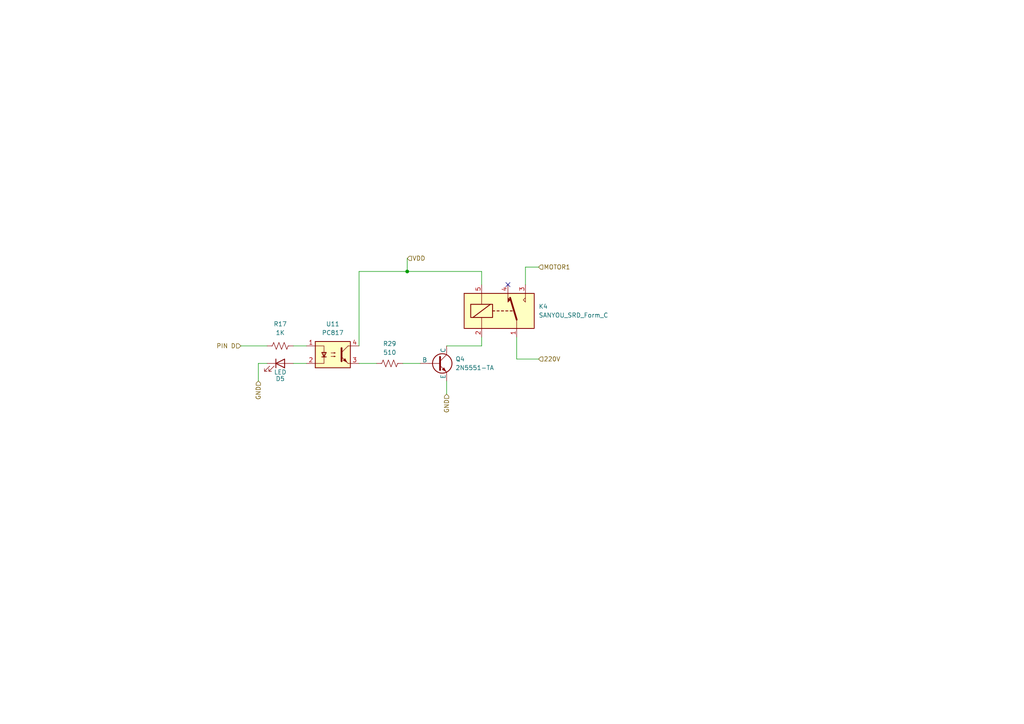
<source format=kicad_sch>
(kicad_sch (version 20231120) (generator "eeschema") (generator_version "8.0")
  (paper "A4")
  (lib_symbols
    (symbol "Custom Simbol FRES:2N5551-TA" (pin_numbers hide) (pin_names (offset 0))
      (property "Reference" "Q" (at -2.54 7.62 0))
      (property "Value" "2N5551-TA" (at -2.54 5.08 0))
      (symbol "2N5551-TA_0_1"
        (polyline (pts (xy -2.54 0) (xy 0.635 0)) (stroke (width 0.1524)))
        (polyline (pts (xy 0.635 0.635) (xy 2.54 2.54)))
        (polyline (pts (xy 2.794 -1.27) (xy 2.794 -1.27)) (stroke (width 0.1524)))
        (polyline (pts (xy 2.794 -1.27) (xy 2.794 -1.27)) (stroke (width 0.1524)))
        (polyline (pts (xy 0.635 -0.635) (xy 2.54 -2.54) (xy 2.54 -2.54)))
        (polyline (pts (xy 0.635 1.905) (xy 0.635 -1.905) (xy 0.635 -1.905)) (stroke (width 0.508)))
        (polyline (pts (xy 1.27 -1.778) (xy 1.778 -1.27) (xy 2.286 -2.286) (xy 1.27 -1.778) (xy 1.27 -1.778)) (fill (type outline)))
        (circle (center 1.27 0) (radius 2.8194) (stroke (width 0.254)))
      )
      (symbol "2N5551-TA_1_1"
        (pin open_collector line (at 2.54 5.08 270) (length 2.54) (name "C") (number "1"))
        (pin input line (at -5.08 0 0) (length 2.54) (name "B") (number "2"))
        (pin open_emitter line (at 2.54 -5.08 90) (length 2.54) (name "E") (number "3"))
      )
    )
    (symbol "Device:LED" (pin_numbers hide) (pin_names (offset 1.016) hide)
      (property "Reference" "D" (at 0 2.54 0))
      (property "Value" "LED" (at 0 -2.54 0))
      (symbol "LED_0_1"
        (polyline (pts (xy -1.27 -1.27) (xy -1.27 1.27)) (stroke (width 0.254)))
        (polyline (pts (xy -1.27 0) (xy 1.27 0)))
        (polyline (pts (xy 1.27 -1.27) (xy 1.27 1.27) (xy -1.27 0) (xy 1.27 -1.27)) (stroke (width 0.254)))
        (polyline (pts (xy -3.048 -0.762) (xy -4.572 -2.286) (xy -3.81 -2.286) (xy -4.572 -2.286) (xy -4.572 -1.524)))
        (polyline (pts (xy -1.778 -0.762) (xy -3.302 -2.286) (xy -2.54 -2.286) (xy -3.302 -2.286) (xy -3.302 -1.524)))
      )
      (symbol "LED_1_1"
        (pin passive line (at -3.81 0 0) (length 2.54) (name "K") (number "1"))
        (pin passive line (at 3.81 0 180) (length 2.54) (name "A") (number "2"))
      )
    )
    (symbol "Device:R_US" (pin_numbers hide) (pin_names (offset 0))
      (property "Reference" "R" (at 2.54 0 90))
      (property "Value" "R_US" (at -2.54 0 90))
      (symbol "R_US_0_1"
        (polyline (pts (xy 0 -2.286) (xy 0 -2.54)))
        (polyline (pts (xy 0 2.286) (xy 0 2.54)))
        (polyline (pts (xy 0 -0.762) (xy 1.016 -1.143) (xy 0 -1.524) (xy -1.016 -1.905) (xy 0 -2.286)))
        (polyline (pts (xy 0 0.762) (xy 1.016 0.381) (xy 0 0) (xy -1.016 -0.381) (xy 0 -0.762)))
        (polyline (pts (xy 0 2.286) (xy 1.016 1.905) (xy 0 1.524) (xy -1.016 1.143) (xy 0 0.762)))
      )
      (symbol "R_US_1_1"
        (pin passive line (at 0 3.81 270) (length 1.27) (name "~") (number "1"))
        (pin passive line (at 0 -3.81 90) (length 1.27) (name "~") (number "2"))
      )
    )
    (symbol "Isolator:PC817" (pin_names (offset 1.016))
      (property "Reference" "U" (at -5.08 5.08 0))
      (property "Value" "PC817" (at 0 5.08 0))
      (symbol "PC817_0_1"
        (rectangle (start -5.08 3.81) (end 5.08 -3.81) (stroke (width 0.254)) (fill (type background)))
        (polyline (pts (xy -3.175 -0.635) (xy -1.905 -0.635)) (stroke (width 0.254)))
        (polyline (pts (xy 2.54 0.635) (xy 4.445 2.54)))
        (polyline (pts (xy 4.445 -2.54) (xy 2.54 -0.635)) (fill (type outline)))
        (polyline (pts (xy 4.445 -2.54) (xy 5.08 -2.54)))
        (polyline (pts (xy 4.445 2.54) (xy 5.08 2.54)))
        (polyline (pts (xy -5.08 2.54) (xy -2.54 2.54) (xy -2.54 -0.635)))
        (polyline (pts (xy -2.54 -0.635) (xy -2.54 -2.54) (xy -5.08 -2.54)))
        (polyline (pts (xy 2.54 1.905) (xy 2.54 -1.905) (xy 2.54 -1.905)) (stroke (width 0.508)))
        (polyline (pts (xy -2.54 -0.635) (xy -3.175 0.635) (xy -1.905 0.635) (xy -2.54 -0.635)) (stroke (width 0.254)))
        (polyline (pts (xy -0.508 -0.508) (xy 0.762 -0.508) (xy 0.381 -0.635) (xy 0.381 -0.381) (xy 0.762 -0.508)))
        (polyline (pts (xy -0.508 0.508) (xy 0.762 0.508) (xy 0.381 0.381) (xy 0.381 0.635) (xy 0.762 0.508)))
        (polyline (pts (xy 3.048 -1.651) (xy 3.556 -1.143) (xy 4.064 -2.159) (xy 3.048 -1.651) (xy 3.048 -1.651)) (fill (type outline)))
      )
      (symbol "PC817_1_1"
        (pin passive line (at -7.62 2.54 0) (length 2.54) (name "~") (number "1"))
        (pin passive line (at -7.62 -2.54 0) (length 2.54) (name "~") (number "2"))
        (pin passive line (at 7.62 -2.54 180) (length 2.54) (name "~") (number "3"))
        (pin passive line (at 7.62 2.54 180) (length 2.54) (name "~") (number "4"))
      )
    )
    (symbol "Relay:SANYOU_SRD_Form_C"
      (property "Reference" "K" (at 11.43 3.81 0))
      (property "Value" "SANYOU_SRD_Form_C" (at 11.43 1.27 0))
      (symbol "SANYOU_SRD_Form_C_0_0"
        (polyline (pts (xy 7.62 5.08) (xy 7.62 2.54) (xy 6.985 3.175) (xy 7.62 3.81)))
      )
      (symbol "SANYOU_SRD_Form_C_0_1"
        (rectangle (start -10.16 5.08) (end 10.16 -5.08) (stroke (width 0.254)) (fill (type background)))
        (rectangle (start -8.255 1.905) (end -1.905 -1.905) (stroke (width 0.254)))
        (polyline (pts (xy -7.62 -1.905) (xy -2.54 1.905)) (stroke (width 0.254)))
        (polyline (pts (xy -5.08 -5.08) (xy -5.08 -1.905)))
        (polyline (pts (xy -5.08 5.08) (xy -5.08 1.905)))
        (polyline (pts (xy -1.905 0) (xy -1.27 0)) (stroke (width 0.254)))
        (polyline (pts (xy -0.635 0) (xy 0 0)) (stroke (width 0.254)))
        (polyline (pts (xy 0.635 0) (xy 1.27 0)) (stroke (width 0.254)))
        (polyline (pts (xy 1.905 0) (xy 2.54 0)) (stroke (width 0.254)))
        (polyline (pts (xy 3.175 0) (xy 3.81 0)) (stroke (width 0.254)))
        (polyline (pts (xy 5.08 -2.54) (xy 3.175 3.81)) (stroke (width 0.508)))
        (polyline (pts (xy 5.08 -2.54) (xy 5.08 -5.08)))
      )
      (symbol "SANYOU_SRD_Form_C_1_1"
        (polyline (pts (xy 2.54 3.81) (xy 3.175 3.175) (xy 2.54 2.54) (xy 2.54 5.08)) (fill (type outline)))
        (pin passive line (at 5.08 -7.62 90) (length 2.54) (name "~") (number "1"))
        (pin passive line (at -5.08 -7.62 90) (length 2.54) (name "~") (number "2"))
        (pin passive line (at 7.62 7.62 270) (length 2.54) (name "~") (number "3"))
        (pin passive line (at 2.54 7.62 270) (length 2.54) (name "~") (number "4"))
        (pin passive line (at -5.08 7.62 270) (length 2.54) (name "~") (number "5"))
      )
    )
  )
  (junction (at 118.11 78.74))
  (no_connect (at 147.32 82.55))
  (wire (pts (xy 152.4 77.47) (xy 152.4 82.55)))
  (wire (pts (xy 118.11 74.93) (xy 118.11 78.74)))
  (wire (pts (xy 156.21 104.14) (xy 149.86 104.14)))
  (wire (pts (xy 104.14 105.41) (xy 109.22 105.41)))
  (wire (pts (xy 118.11 78.74) (xy 139.7 78.74)))
  (wire (pts (xy 129.54 100.33) (xy 139.7 100.33)))
  (wire (pts (xy 85.09 100.33) (xy 88.9 100.33)))
  (wire (pts (xy 139.7 78.74) (xy 139.7 82.55)))
  (wire (pts (xy 156.21 77.47) (xy 152.4 77.47)))
  (wire (pts (xy 129.54 110.49) (xy 129.54 114.3)))
  (wire (pts (xy 69.85 100.33) (xy 77.47 100.33)))
  (wire (pts (xy 116.84 105.41) (xy 121.92 105.41)))
  (wire (pts (xy 139.7 100.33) (xy 139.7 97.79)))
  (wire (pts (xy 74.93 105.41) (xy 77.47 105.41)))
  (wire (pts (xy 149.86 104.14) (xy 149.86 97.79)))
  (wire (pts (xy 104.14 100.33) (xy 104.14 78.74)))
  (wire (pts (xy 104.14 78.74) (xy 118.11 78.74)))
  (wire (pts (xy 85.09 105.41) (xy 88.9 105.41)))
  (wire (pts (xy 74.93 110.49) (xy 74.93 105.41)))
  (hierarchical_label "GND" (shape input) (at 129.54 114.3 270))
  (hierarchical_label "220V" (shape input) (at 156.21 104.14 0))
  (hierarchical_label "GND" (shape input) (at 74.93 110.49 270))
  (hierarchical_label "VDD" (shape input) (at 118.11 74.93 0))
  (hierarchical_label "PIN D" (shape input) (at 69.85 100.33 180))
  (hierarchical_label "MOTOR1" (shape input) (at 156.21 77.47 0))
  (symbol (lib_id "Relay:SANYOU_SRD_Form_C") (at 144.78 90.17 0) (unit 1)
    (property "Reference" "K4" (at 156.21 88.8999 0) (effects (justify left)))
    (property "Value" "SANYOU_SRD_Form_C" (at 156.21 91.4399 0) (effects (justify left)))
    (property "Footprint" "Relay_THT:Relay_SPDT_SANYOU_SRD_Series_Form_C" (effects (hide yes)))
    (property "Datasheet" "http://www.sanyourelay.ca/public/products/pdf/SRD.pdf" (effects (hide yes)))
    (property "Description" "Sanyo SRD relay, Single Pole Miniature Power Relay," (effects (hide yes)))
    (instances (project "Skematik Main Compressor V1" (path "" (reference "K4") (unit 1)) (path "" (reference "K2") (unit 1))))
  )
  (symbol (lib_id "Device:R_US") (at 81.28 100.33 90) (unit 1)
    (property "Reference" "R17" (at 81.28 93.98 90))
    (property "Value" "1K" (at 81.28 96.52 90))
    (property "Footprint" "Resistor_SMD:R_0402_1005Metric_Pad0.72x0.64mm_HandSolder" (effects (hide yes)))
    (property "Description" "Resistor, US symbol" (effects (hide yes)))
    (instances (project "Skematik Main Compressor V1" (path "" (reference "R17") (unit 1)) (path "" (reference "R11") (unit 1))))
  )
  (symbol (lib_id "Custom Simbol FRES:2N5551-TA") (at 127 105.41 0) (unit 1)
    (property "Reference" "Q3" (at 132.08 104.1399 0) (effects (justify left)))
    (property "Value" "2N5551-TA" (at 132.08 106.6799 0) (effects (justify left)))
    (property "Footprint" "Package_TO_SOT_THT:TO-92_Inline_Wide" (effects (hide yes)))
    (property "Datasheet" "https://ngspice.sourceforge.io/docs/ngspice-html-manual/manual.xhtml#cha_BJTs" (effects (hide yes)))
    (property "Description" "Bipolar transistor symbol for simulation only, substrate tied to the emitter" (effects (hide yes)))
    (property "Sim.Device" "NPN" (effects (hide yes)))
    (property "Sim.Type" "GUMMELPOON" (effects (hide yes)))
    (property "Sim.Pins" "1=C 2=B 3=E" (effects (hide yes)))
    (instances (project "Skematik Main Compressor V1" (path "" (reference "Q4") (unit 1)) (path "" (reference "Q3") (unit 1))))
  )
  (symbol (lib_id "Device:R_US") (at 113.03 105.41 90) (unit 1)
    (property "Reference" "R29" (at 113.03 99.695 90))
    (property "Value" "510" (at 113.03 102.235 90))
    (property "Footprint" "Resistor_SMD:R_0402_1005Metric_Pad0.72x0.64mm_HandSolder" (effects (hide yes)))
    (property "Description" "Resistor, US symbol" (effects (hide yes)))
    (instances (project "Skematik Main Compressor V1" (path "" (reference "R29") (unit 1)) (path "" (reference "R12") (unit 1))))
  )
  (symbol (lib_id "Device:LED") (at 81.28 105.41 0) (unit 1)
    (property "Reference" "D5" (at 81.28 109.855 0))
    (property "Value" "LED" (at 81.28 107.95 0))
    (property "Footprint" "LED_SMD:LED_0805_2012Metric_Pad1.15x1.40mm_HandSolder" (effects (hide yes)))
    (property "Description" "Light emitting diode" (effects (hide yes)))
    (instances (project "Skematik Main Compressor V1" (path "" (reference "D5") (unit 1)) (path "" (reference "D2") (unit 1))))
  )
  (symbol (lib_id "Isolator:PC817") (at 96.52 102.87 0) (unit 1)
    (property "Reference" "U11" (at 96.52 93.98 0))
    (property "Value" "PC817" (at 96.52 96.52 0))
    (property "Footprint" "Package_DIP:DIP-4_W7.62mm" (effects (hide yes)))
    (property "Datasheet" "http://www.soselectronic.cz/a_info/resource/d/pc817.pdf" (effects (hide yes)))
    (property "Description" "DC Optocoupler, Vce 35V, CTR 50-300%, DIP-4" (effects (hide yes)))
    (instances (project "Skematik Main Compressor V1" (path "" (reference "U11") (unit 1)) (path "" (reference "U4") (unit 1))))
  )
)
</source>
